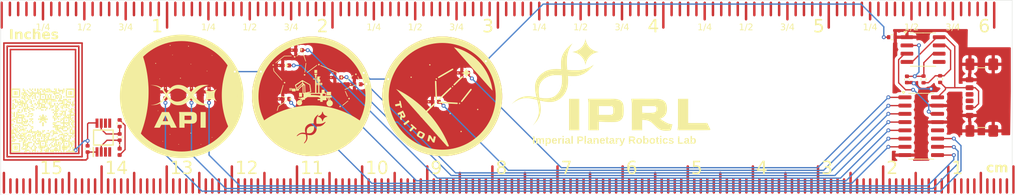
<source format=kicad_pcb>
(kicad_pcb (version 20241229) (generator "pcbnew") (generator_version "9.0")
  (layers (0 "F.Cu" signal) (2 "B.Cu" signal) (13 "F.Paste" user) (15 "B.Paste" user) (5 "F.SilkS" user "F.Silkscreen") (7 "B.SilkS" user "B.Silkscreen") (1 "F.Mask" user) (3 "B.Mask" user) (25 "Edge.Cuts" user))
  (net 0 "")
  (net 1 "/TR")
  (net 2 "GND")
  (net 3 "/4")
  (net 4 "/K")
  (net 5 "/9")
  (net 6 "/2")
  (net 7 "/1")
  (net 8 "/6")
  (net 9 "/3")
  (net 10 "/7")
  (net 11 "/8")
  (net 12 "/0")
  (net 13 "/5")
  (net 16 "+5V")
  (net 17 "/DIS")
  (net 18 "/CLK")
  (net 21 "Net-(D111-K)")
  (net 22 "Net-(D111-A)")
  (net 24 "Net-(IC1-LA)")
  (net 27 "Net-(IC1-VOUT)")
  (footprint "LED_SMD:LED_0402_1005Metric" (layer "F.Cu") (at 116 100.2)
    (property "Reference" "D106" (hide yes))
    (property "Value" "LED_Small")
  )
  (footprint "ruler_footprints_2025:ICRS_LinktreeQR_10mm" (layer "F.Cu") (at 78.7 103.5)
    (property "Reference" "G***" (hide yes))
    (property "Value" "LOGO" (hide yes))
  )
  (footprint "Resistor_SMD:R_0402_1005Metric" (layer "F.Cu") (at 213.9 97.2 -90)
    (property "Reference" "R103" (hide yes))
    (property "Value" "47k")
  )
  (footprint "Connector_USB:USB_C_Receptacle_GCT_USB4135-GF-A_6P_TopMnt_Horizontal" (layer "F.Cu") (at 224 100 90)
    (property "Reference" "J102" (hide yes))
    (property "Value" "USB_C_Receptacle_PowerOnly_6P")
  )
  (footprint "MountingHole:MountingHole_5.3mm_M5" (layer "F.Cu") (at 194.1 104.8)
    (property "Reference" "REF**" (hide yes))
    (property "Value" "MountingHole_5.3mm_M5")
  )
  (footprint "Package_SO:SOP-16_3.9x9.9mm_P1.27mm" (layer "F.Cu") (at 213.55 104.405)
    (property "Reference" "U102" (hide yes))
    (property "Value" "4017")
  )
  (footprint "ruler_footprints_2025:API_Logo" (layer "F.Cu") (at 100 99.8)
    (property "Reference" "G***" (hide yes))
    (property "Value" "LOGO" (hide yes))
  )
  (footprint "LED_SMD:LED_0402_1005Metric" (layer "F.Cu") (at 127 97.95)
    (property "Reference" "D109" (hide yes))
    (property "Value" "LED_Small")
  )
  (footprint "MountingHole:MountingHole_4.3mm_M4" (layer "F.Cu") (at 184 94)
    (property "Reference" "REF**" (hide yes))
    (property "Value" "MountingHole_4.3mm_M4")
  )
  (footprint "MountingHole:MountingHole_6.4mm_M6" (layer "F.Cu") (at 201.55 94.9)
    (property "Reference" "REF**" (hide yes))
    (property "Value" "MountingHole_6.4mm_M6")
  )
  (footprint "LED_SMD:LED_0402_1005Metric" (layer "F.Cu") (at 90.46775 108.35 -90)
    (property "Reference" "D111" (hide yes))
    (property "Value" "LED_Small")
  )
  (footprint "Resistor_SMD:R_0402_1005Metric" (layer "F.Cu") (at 209.05 90.7 180)
    (property "Reference" "R102" (hide yes))
    (property "Value" "1k")
  )
  (footprint "Package_SO:SOIC-8_3.9x4.9mm_P1.27mm" (layer "F.Cu") (at 213.825 92.605)
    (property "Reference" "U101" (hide yes))
    (property "Value" "NE555D")
  )
  (footprint "Resistor_SMD:R_0402_1005Metric" (layer "F.Cu") (at 216.45 97.15 -90)
    (property "Reference" "R101" (hide yes))
    (property "Value" "1k" (hide yes))
  )
  (footprint "ruler_footprints_2025:Trition_Logo" (layer "F.Cu") (at 140 99.8)
    (property "Reference" "G***" (hide yes))
    (property "Value" "LOGO" (hide yes))
  )
  (footprint "LED_SMD:LED_0402_1005Metric" (layer "F.Cu") (at 97.5 99.6 -90)
    (property "Reference" "D102" (hide yes))
    (property "Value" "LED_Small")
  )
  (footprint "ruler_footprints:Gauge_150mm_Type1_CopperTop" (layer "F.Cu") (at 227.7 114.6 180)
    (property "Reference" "REF**" (hide yes))
    (property "Value" "Gauge_150mm_Type1_CopperTop" (hide yes))
  )
  (footprint "LED_SMD:LED_0402_1005Metric" (layer "F.Cu") (at 143.5 96.2)
    (property "Reference" "D110" (hide yes))
    (property "Value" "LED_Small")
  )
  (footprint "LED_SMD:LED_0402_1005Metric" (layer "F.Cu") (at 124 96.9)
    (property "Reference" "D103" (hide yes))
    (property "Value" "LED_Small")
  )
  (footprint "LED_SMD:LED_0402_1005Metric" (layer "F.Cu") (at 104.2 99.6 -90)
    (property "Reference" "D108" (hide yes))
    (property "Value" "LED_Small")
  )
  (footprint "MountingHole:MountingHole_2.2mm_M2" (layer "F.Cu") (at 184 109)
    (property "Reference" "M2" (hide yes))
    (property "Value" "MountingHole_2.2mm_M2")
  )
  (footprint "Capacitor_SMD:C_0402_1005Metric" (layer "F.Cu") (at 85.55 107.9 90)
    (property "Reference" "C103" (hide yes))
    (property "Value" "470p")
  )
  (footprint "LED_SMD:LED_0402_1005Metric" (layer "F.Cu") (at 139 100.642176)
    (property "Reference" "D104" (hide yes))
    (property "Value" "LED_Small")
  )
  (footprint "LED_SMD:LED_0402_1005Metric" (layer "F.Cu") (at 101.5 99.6 -90)
    (property "Reference" "D101" (hide yes))
    (property "Value" "LED_Small")
  )
  (footprint "ruler_footprints_2025:SOP65P490X110-8N" (layer "F.Cu") (at 87.96775 106.15 90)
    (property "Reference" "IC1" (hide yes))
    (property "Value" "NT3H2211W0FTTJ" (hide yes))
  )
  (footprint "LED_SMD:LED_0402_1005Metric" (layer "F.Cu") (at 116 95.05)
    (property "Reference" "D107" (hide yes))
    (property "Value" "LED_Small")
  )
  (footprint "ruler_footprints_2025:BOBCAT_SURFACE" (layer "F.Cu") (at 120 99.870493)
    (property "Reference" "G***" (hide yes))
    (property "Value" "LOGO" (hide yes))
  )
  (footprint "Resistor_SMD:R_0402_1005Metric" (layer "F.Cu") (at 90.46775 103.95 -90)
    (property "Reference" "R104" (hide yes))
    (property "Value" "47")
  )
  (footprint "ruler_footprints_2025:BOBCAT_Const_Rover" (layer "F.Cu") (at 120 99.720493)
    (property "Reference" "G***" (hide yes))
    (property "Value" "LOGO" (hide yes))
  )
  (footprint "LED_SMD:LED_0402_1005Metric" (layer "F.Cu") (at 118 92.7)
    (property "Reference" "D105" (hide yes))
    (property "Value" "LED_Small" (hide yes))
  )
  (footprint "Capacitor_SMD:C_0402_1005Metric" (layer "F.Cu") (at 211.35 97.2 -90)
    (property "Reference" "C101" (hide yes))
    (property "Value" "1u")
  )
  (footprint "ruler_footprints_2025:IPRL_31mm" (layer "F.Cu") (at 166 99.3)
    (property "Reference" "G***" (hide yes))
    (property "Value" "LOGO" (hide yes))
  )
  (footprint "ruler_footprints:Gauge_6in" (layer "F.Cu") (at 72.35 85.4)
    (property "Reference" "REF**" (hide yes))
    (property "Value" "Gauge_6in" (hide yes))
  )
  (footprint "Capacitor_SMD:C_0402_1005Metric" (layer "F.Cu") (at 90.46775 106.08 90)
    (property "Reference" "C102" (hide yes))
    (property "Value" "220n")
  )
  (footprint "MountingHole:MountingHole_3.2mm_M3" (layer "F.Cu") (at 184 102.5)
    (property "Reference" "REF**" (hide yes))
    (property "Value" "MountingHole_3.2mm_M3")
  )
  (gr_line (start 73.7 92.6) (end 83.7 92.6) (stroke (width 0.238)) (layer "F.Cu") (net 24))
  (gr_line (start 84.7 91.6) (end 84.7 109.1) (stroke (width 0.238)) (layer "F.Cu") (net 24))
  (gr_line (start 72.7 91.6) (end 84.7 91.6) (stroke (width 0.238)) (layer "F.Cu") (net 24))
  (gr_line (start 73.7 108.6) (end 73.7 92.6) (stroke (width 0.238)) (layer "F.Cu") (net 24))
  (gr_line (start 84.7 109.1) (end 73.2 109.1) (stroke (width 0.238)) (layer "F.Cu") (net 24))
  (gr_line (start 84.2 108.6) (end 73.7 108.6) (stroke (width 0.238)) (layer "F.Cu") (net 24))
  (gr_line (start 73.2 109.1) (end 73.2 92.1) (stroke (width 0.238)) (layer "F.Cu") (net 24))
  (gr_line (start 84.2 92.1) (end 84.2 108.6) (stroke (width 0.238)) (layer "F.Cu") (net 24))
  (gr_line (start 73.2 92.1) (end 84.2 92.1) (stroke (width 0.238)) (layer "F.Cu") (net 24))
  (gr_line (start 83.7 92.6) (end 83.7 108.1) (stroke (width 0.238)) (layer "F.Cu") (net 24))
  (gr_line (start 84.7 109.6) (end 72.7 109.6) (stroke (width 0.238)) (layer "F.Cu") (net 24))
  (gr_line (start 72.7 109.6) (end 72.7 91.6) (stroke (width 0.238)) (layer "F.Cu") (net 24))
  (gr_circle (center 140 99.8) (end 145.8 93.297561) (stroke (width 1)) (fill no) (layer "F.SilkS"))
  (gr_circle (center 100 99.8) (end 109 99.8) (stroke (width 1)) (fill no) (layer "F.SilkS"))
  (gr_circle (center 120 99.8) (end 125.8 93.297561) (stroke (width 1)) (fill no) (layer "F.SilkS"))
  (gr_rect (start 72.2 85) (end 227.5 115) (stroke (width 0.05)) (fill no) (layer "Edge.Cuts"))
  (gr_text "cm" (at 223.5 111.75 0) (layer "F.SilkS") (effects (font (size 1.5 1.5) (thickness 0.3) (bold yes)) (justify left bottom)))
  (gr_text "Inches" (at 73.45 91.25 0) (layer "F.SilkS") (effects (font (size 1.5 1.5) (thickness 0.3) (bold yes)) (justify left bottom)))
  (segment (start 211.35 91.97) (end 213.18 91.97) (width 0.2) (layer "F.Cu") (net 1))
  (segment (start 216.3 93.24) (end 215.325001 93.24) (width 0.2) (layer "F.Cu") (net 1))
  (segment (start 213.72 96.72) (end 212.55 96.72) (width 0.2) (layer "F.Cu") (net 1))
  (segment (start 213.18 91.97) (end 213.2 91.95) (width 0.2) (layer "F.Cu") (net 1))
  (segment (start 211.35 96.72) (end 212.55 96.72) (width 0.2) (layer "F.Cu") (net 1))
  (segment (start 213.95 94.615001) (end 213.95 96.49) (width 0.2) (layer "F.Cu") (net 1))
  (segment (start 215.325001 93.24) (end 213.95 94.615001) (width 0.2) (layer "F.Cu") (net 1))
  (segment (start 213.95 96.49) (end 213.72 96.72) (width 0.2) (layer "F.Cu") (net 1))
  (via (at 212.55 96.72) (size 0.6) (drill 0.3) (layers "F.Cu" "B.Cu") (net 1))
  (via (at 213.2 91.95) (size 0.6) (drill 0.3) (layers "F.Cu" "B.Cu") (net 1))
  (segment (start 213.2 91.95) (end 213.2 96.07) (width 0.2) (layer "B.Cu") (net 1))
  (segment (start 213.2 96.07) (end 212.55 96.72) (width 0.2) (layer "B.Cu") (net 1))
  (segment (start 211.35 97.68) (end 212.28 97.68) (width 0.2) (layer "F.Cu") (net 2))
  (segment (start 212.28 97.68) (end 212.4 97.8) (width 0.2) (layer "F.Cu") (net 2))
  (via (at 212.4 97.8) (size 0.6) (drill 0.3) (layers "F.Cu" "B.Cu") (net 2))
  (via (at 212.4 97.8) (size 0.6) (drill 0.3) (layers "F.Cu" "B.Cu") (net 2))
  (via (at 215.05 98.65) (size 0.6) (drill 0.3) (layers "F.Cu" "B.Cu") (net 2))
  (segment (start 215.05 98.65) (end 213.25 98.65) (width 0.2) (layer "B.Cu") (net 2))
  (segment (start 213.25 98.65) (end 212.4 97.8) (width 0.2) (layer "B.Cu") (net 2))
  (segment (start 216.05 107.58) (end 218.53 107.58) (width 0.2) (layer "F.Cu") (net 3))
  (segment (start 218.53 107.58) (end 218.55 107.6) (width 0.2) (layer "F.Cu") (net 3))
  (segment (start 101.5 100.9625) (end 101.5 100.0975) (width 0.2) (layer "F.Cu") (net 3))
  (via (at 218.55 107.6) (size 0.6) (drill 0.3) (layers "F.Cu" "B.Cu") (net 3))
  (via (at 101.5 100.8) (size 0.6) (drill 0.3) (layers "F.Cu" "B.Cu") (net 3))
  (segment (start 101.5 108.75) (end 101.5 100.8) (width 0.2) (layer "B.Cu") (net 3))
  (segment (start 219.2 108.25) (end 219.2 110.15) (width 0.2) (layer "B.Cu") (net 3))
  (segment (start 215.352 113.998) (end 106.748 113.998) (width 0.2) (layer "B.Cu") (net 3))
  (segment (start 218.55 107.6) (end 219.2 108.25) (width 0.2) (layer "B.Cu") (net 3))
  (segment (start 219.2 110.15) (end 215.352 113.998) (width 0.2) (layer "B.Cu") (net 3))
  (segment (start 106.748 113.998) (end 101.5 108.75) (width 0.2) (layer "B.Cu") (net 3))
  (segment (start 208.54 90.7) (end 207.8 90.7) (width 0.2) (layer "F.Cu") (net 4))
  (via (at 108.15 96) (size 0.6) (drill 0.3) (layers "F.Cu" "B.Cu") (net 4))
  (via (at 131.7 97.15) (size 0.6) (drill 0.3) (layers "F.Cu" "B.Cu") (net 4))
  (via (at 127.95 96.2) (size 0.6) (drill 0.3) (layers "F.Cu" "B.Cu") (net 4))
  (via (at 112.15 96) (size 0.6) (drill 0.3) (layers "F.Cu" "B.Cu") (net 4))
  (via (at 207.8 90.7) (size 0.6) (drill 0.3) (layers "F.Cu" "B.Cu") (net 4))
  (via (at 146.7 94.4) (size 0.6) (drill 0.3) (layers "F.Cu" "B.Cu") (net 4))
  (segment (start 207.8 89.1) (end 207.8 90.7) (width 0.2) (layer "B.Cu") (net 4))
  (segment (start 146.7 94.4) (end 155.499 85.601) (width 0.2) (layer "B.Cu") (net 4))
  (segment (start 204.301 85.601) (end 207.8 89.1) (width 0.2) (layer "B.Cu") (net 4))
  (segment (start 131.7 97.15) (end 128.9 97.15) (width 0.2) (layer "B.Cu") (net 4))
  (segment (start 155.499 85.601) (end 204.301 85.601) (width 0.2) (layer "B.Cu") (net 4))
  (segment (start 108.15 96) (end 112.15 96) (width 0.2) (layer "B.Cu") (net 4))
  (segment (start 128.9 97.15) (end 127.95 96.2) (width 0.2) (layer "B.Cu") (net 4))
  (segment (start 218.54 106.31) (end 218.55 106.3) (width 0.2) (layer "F.Cu") (net 5))
  (segment (start 216.05 106.31) (end 218.54 106.31) (width 0.2) (layer "F.Cu") (net 5))
  (segment (start 97.5 100.085) (end 97.5 100.75) (width 0.2) (layer "F.Cu") (net 5))
  (via (at 218.55 106.3) (size 0.6) (drill 0.3) (layers "F.Cu" "B.Cu") (net 5))
  (via (at 97.5 100.8) (size 0.6) (drill 0.3) (layers "F.Cu" "B.Cu") (net 5))
  (segment (start 219.65 111.25) (end 216.501 114.399) (width 0.2) (layer "B.Cu") (net 5))
  (segment (start 103.099 114.399) (end 97.5 108.8) (width 0.2) (layer "B.Cu") (net 5))
  (segment (start 97.5 108.8) (end 97.5 100.75) (width 0.2) (layer "B.Cu") (net 5))
  (segment (start 219.65 107.4) (end 219.65 111.25) (width 0.2) (layer "B.Cu") (net 5))
  (segment (start 218.55 106.3) (end 219.65 107.4) (width 0.2) (layer "B.Cu") (net 5))
  (segment (start 216.501 114.399) (end 103.099 114.399) (width 0.2) (layer "B.Cu") (net 5))
  (segment (start 125.25 96.9) (end 125.3 96.85) (width 0.2) (layer "F.Cu") (net 6))
  (segment (start 124.485 96.9) (end 125.25 96.9) (width 0.2) (layer "F.Cu") (net 6))
  (segment (start 208.5 103.77) (end 211.05 103.77) (width 0.2) (layer "F.Cu") (net 6))
  (via (at 208.5 103.77) (size 0.6) (drill 0.3) (layers "F.Cu" "B.Cu") (net 6))
  (via (at 125.3 96.85) (size 0.6) (drill 0.3) (layers "F.Cu" "B.Cu") (net 6))
  (segment (start 125.3 96.85) (end 132.22 103.77) (width 0.2) (layer "B.Cu") (net 6))
  (segment (start 133.15 103.77) (end 133.02 103.77) (width 0.2) (layer "B.Cu") (net 6))
  (segment (start 132.22 103.77) (end 133.15 103.77) (width 0.2) (layer "B.Cu") (net 6))
  (segment (start 133.15 103.77) (end 141.373 111.993) (width 0.2) (layer "B.Cu") (net 6))
  (segment (start 141.373 111.993) (end 200.277 111.993) (width 0.2) (layer "B.Cu") (net 6))
  (segment (start 200.277 111.993) (end 208.5 103.77) (width 0.2) (layer "B.Cu") (net 6))
  (segment (start 208.5 101.25) (end 208.52 101.23) (width 0.2) (layer "F.Cu") (net 7))
  (segment (start 139.485 100.642176) (end 139.592176 100.642176) (width 0.2) (layer "F.Cu") (net 7))
  (segment (start 139.592176 100.642176) (end 140.2 101.25) (width 0.2) (layer "F.Cu") (net 7))
  (segment (start 208.52 101.23) (end 211.05 101.23) (width 0.2) (layer "F.Cu") (net 7))
  (via (at 140.2 101.25) (size 0.6) (drill 0.3) (layers "F.Cu" "B.Cu") (net 7))
  (via (at 208.5 101.25) (size 0.6) (drill 0.3) (layers "F.Cu" "B.Cu") (net 7))
  (segment (start 140.2 101.25) (end 150.141 111.191) (width 0.2) (layer "B.Cu") (net 7))
  (segment (start 198.559 111.191) (end 208.5 101.25) (width 0.2) (layer "B.Cu") (net 7))
  (segment (start 150.141 111.191) (end 198.559 111.191) (width 0.2) (layer "B.Cu") (net 7))
  (segment (start 118.485 92.7) (end 119.35 92.7) (width 0.2) (layer "F.Cu") (net 8))
  (segment (start 208.5 105.04) (end 211.05 105.04) (width 0.2) (layer "F.Cu") (net 8))
  (via (at 208.5 105.04) (size 0.6) (drill 0.3) (layers "F.Cu" "B.Cu") (net 8))
  (via (at 119.35 92.7) (size 0.6) (drill 0.3) (layers "F.Cu" "B.Cu") (net 8))
  (segment (start 201.146 112.394) (end 208.5 105.04) (width 0.2) (layer "B.Cu") (net 8))
  (segment (start 139.244 112.394) (end 201.146 112.394) (width 0.2) (layer "B.Cu") (net 8))
  (segment (start 119.55 92.7) (end 139.244 112.394) (width 0.2) (layer "B.Cu") (net 8))
  (segment (start 119.35 92.7) (end 119.55 92.7) (width 0.2) (layer "B.Cu") (net 8))
  (segment (start 116.485 100.485) (end 116.8 100.8) (width 0.2) (layer "F.Cu") (net 9))
  (segment (start 116.485 100.2) (end 116.485 100.485) (width 0.2) (layer "F.Cu") (net 9))
  (segment (start 208.5 107.58) (end 211.05 107.58) (width 0.2) (layer "F.Cu") (net 9))
  (via (at 208.5 107.58) (size 0.6) (drill 0.3) (layers "F.Cu" "B.Cu") (net 9))
  (via (at 116.8 100.8) (size 0.6) (drill 0.3) (layers "F.Cu" "B.Cu") (net 9))
  (segment (start 208.5 107.58) (end 202.884 113.196) (width 0.2) (layer "B.Cu") (net 9))
  (segment (start 202.884 113.196) (end 129.196 113.196) (width 0.2) (layer "B.Cu") (net 9))
  (segment (start 129.196 113.196) (end 116.8 100.8) (width 0.2) (layer "B.Cu") (net 9))
  (segment (start 116.485 95.05) (end 117.2 95.05) (width 0.2) (layer "F.Cu") (net 10))
  (segment (start 208.5 106.31) (end 211.05 106.31) (width 0.2) (layer "F.Cu") (net 10))
  (via (at 208.5 106.31) (size 0.6) (drill 0.3) (layers "F.Cu" "B.Cu") (net 10))
  (via (at 117.2 95.05) (size 0.6) (drill 0.3) (layers "F.Cu" "B.Cu") (net 10))
  (segment (start 136.045 112.795) (end 202.015 112.795) (width 0.2) (layer "B.Cu") (net 10))
  (segment (start 202.015 112.795) (end 208.5 106.31) (width 0.2) (layer "B.Cu") (net 10))
  (segment (start 118.3 95.05) (end 136.045 112.795) (width 0.2) (layer "B.Cu") (net 10))
  (segment (start 117.2 95.05) (end 118.3 95.05) (width 0.2) (layer "B.Cu") (net 10))
  (segment (start 104.2 100.95) (end 104.2 100.135) (width 0.2) (layer "F.Cu") (net 11))
  (segment (start 216.05 108.85) (end 218.55 108.85) (width 0.2) (layer "F.Cu") (net 11))
  (via (at 104.2 100.8) (size 0.6) (drill 0.3) (layers "F.Cu" "B.Cu") (net 11))
  (via (at 218.55 108.85) (size 0.6) (drill 0.3) (layers "F.Cu" "B.Cu") (net 11))
  (segment (start 108.947 113.597) (end 104.2 108.85) (width 0.2) (layer "B.Cu") (net 11))
  (segment (start 214.503 113.597) (end 108.947 113.597) (width 0.2) (layer "B.Cu") (net 11))
  (segment (start 218.55 109.55) (end 214.503 113.597) (width 0.2) (layer "B.Cu") (net 11))
  (segment (start 218.55 108.85) (end 218.55 109.55) (width 0.2) (layer "B.Cu") (net 11))
  (segment (start 104.2 108.85) (end 104.2 100.9) (width 0.2) (layer "B.Cu") (net 11))
  (segment (start 128.3 97.95) (end 128.35 97.9) (width 0.2) (layer "F.Cu") (net 12))
  (segment (start 211.05 102.5) (end 208.5 102.5) (width 0.2) (layer "F.Cu") (net 12))
  (segment (start 127.485 97.95) (end 128.3 97.95) (width 0.2) (layer "F.Cu") (net 12))
  (via (at 128.35 97.9) (size 0.6) (drill 0.3) (layers "F.Cu" "B.Cu") (net 12))
  (via (at 208.5 102.5) (size 0.6) (drill 0.3) (layers "F.Cu" "B.Cu") (net 12))
  (segment (start 128.35 97.9) (end 142.042 111.592) (width 0.2) (layer "B.Cu") (net 12))
  (segment (start 142.042 111.592) (end 199.408 111.592) (width 0.2) (layer "B.Cu") (net 12))
  (segment (start 199.408 111.592) (end 208.5 102.5) (width 0.2) (layer "B.Cu") (net 12))
  (segment (start 144.035 96.535) (end 144.55 97.05) (width 0.2) (layer "F.Cu") (net 13))
  (segment (start 211.05 99.96) (end 208.51 99.96) (width 0.2) (layer "F.Cu") (net 13))
  (segment (start 208.51 99.96) (end 208.5 99.95) (width 0.2) (layer "F.Cu") (net 13))
  (segment (start 144.035 96.25) (end 144.035 96.535) (width 0.2) (layer "F.Cu") (net 13))
  (via (at 144.55 97.05) (size 0.6) (drill 0.3) (layers "F.Cu" "B.Cu") (net 13))
  (via (at 208.5 99.95) (size 0.6) (drill 0.3) (layers "F.Cu" "B.Cu") (net 13))
  (segment (start 158.29 110.79) (end 197.66 110.79) (width 0.2) (layer "B.Cu") (net 13))
  (segment (start 197.66 110.79) (end 208.5 99.95) (width 0.2) (layer "B.Cu") (net 13))
  (segment (start 144.55 97.05) (end 158.29 110.79) (width 0.2) (layer "B.Cu") (net 13))
  (segment (start 216.3 90.7) (end 217.274999 90.7) (width 0.2) (layer "F.Cu") (net 16))
  (segment (start 218.7 92.125001) (end 218.7 98.48) (width 0.2) (layer "F.Cu") (net 16))
  (segment (start 211.35 94.51) (end 212.143032 94.51) (width 0.2) (layer "F.Cu") (net 16))
  (segment (start 222.35 99) (end 222.35 100.95) (width 0.2) (layer "F.Cu") (net 16))
  (segment (start 220.9675 98.48) (end 221.83 98.48) (width 0.2) (layer "F.Cu") (net 16))
  (segment (start 215.953032 90.7) (end 216.3 90.7) (width 0.2) (layer "F.Cu") (net 16))
  (segment (start 216.05 99.96) (end 217.27 98.74) (width 0.2) (layer "F.Cu") (net 16))
  (segment (start 220.9675 101.52) (end 221.78 101.52) (width 0.2) (layer "F.Cu") (net 16))
  (segment (start 221.78 101.52) (end 222.35 100.95) (width 0.2) (layer "F.Cu") (net 16))
  (segment (start 212.143032 94.51) (end 215.953032 90.7) (width 0.2) (layer "F.Cu") (net 16))
  (segment (start 217.27 98.74) (end 217.27 98.48) (width 0.2) (layer "F.Cu") (net 16))
  (segment (start 216.45 97.66) (end 217.27 98.48) (width 0.2) (layer "F.Cu") (net 16))
  (segment (start 221.83 98.48) (end 222.35 99) (width 0.2) (layer "F.Cu") (net 16))
  (segment (start 218.7 98.48) (end 220.9675 98.48) (width 0.2) (layer "F.Cu") (net 16))
  (segment (start 217.274999 90.7) (end 218.7 92.125001) (width 0.2) (layer "F.Cu") (net 16))
  (segment (start 217.27 98.48) (end 218.7 98.48) (width 0.2) (layer "F.Cu") (net 16))
  (segment (start 216.45 96.64) (end 217.06 96.64) (width 0.2) (layer "F.Cu") (net 17))
  (segment (start 213.75 97.71) (end 214.64 97.71) (width 0.2) (layer "F.Cu") (net 17))
  (segment (start 218.05 95.65) (end 218.05 92.745001) (width 0.2) (layer "F.Cu") (net 17))
  (segment (start 217.274999 91.97) (end 216.3 91.97) (width 0.2) (layer "F.Cu") (net 17))
  (segment (start 218.05 92.745001) (end 217.274999 91.97) (width 0.2) (layer "F.Cu") (net 17))
  (segment (start 217.06 96.64) (end 218.05 95.65) (width 0.2) (layer "F.Cu") (net 17))
  (segment (start 214.64 97.71) (end 215.71 96.64) (width 0.2) (layer "F.Cu") (net 17))
  (segment (start 215.71 96.64) (end 216.45 96.64) (width 0.2) (layer "F.Cu") (net 17))
  (segment (start 211.003032 93.24) (end 211.35 93.24) (width 0.2) (layer "F.Cu") (net 18))
  (segment (start 212.3 98.8) (end 211.15 98.8) (width 0.2) (layer "F.Cu") (net 18))
  (segment (start 210.074 94.169032) (end 211.003032 93.24) (width 0.2) (layer "F.Cu") (net 18))
  (segment (start 215.050001 102.5) (end 214.7 102.15) (width 0.2) (layer "F.Cu") (net 18))
  (segment (start 211.15 98.8) (end 210.074 97.724) (width 0.2) (layer "F.Cu") (net 18))
  (segment (start 210.074 97.724) (end 210.074 94.169032) (width 0.2) (layer "F.Cu") (net 18))
  (segment (start 216.05 102.5) (end 215.050001 102.5) (width 0.2) (layer "F.Cu") (net 18))
  (via (at 214.7 102.15) (size 0.6) (drill 0.3) (layers "F.Cu" "B.Cu") (net 18))
  (via (at 212.3 98.8) (size 0.6) (drill 0.3) (layers "F.Cu" "B.Cu") (net 18))
  (segment (start 212.4 98.8) (end 214.7 101.1) (width 0.2) (layer "B.Cu") (net 18))
  (segment (start 212.3 98.8) (end 212.4 98.8) (width 0.2) (layer "B.Cu") (net 18))
  (segment (start 214.7 101.1) (end 214.7 102.15) (width 0.2) (layer "B.Cu") (net 18))
  (segment (start 88.53225 106.56) (end 90.46775 106.56) (width 0.2) (layer "F.Cu") (net 21))
  (segment (start 90.46775 106.56) (end 90.46775 107.865) (width 0.2) (layer "F.Cu") (net 21))
  (segment (start 87.64275 108.362) (end 87.64275 107.4495) (width 0.2) (layer "F.Cu") (net 21))
  (segment (start 87.64275 107.4495) (end 88.53225 106.56) (width 0.2) (layer "F.Cu") (net 21))
  (segment (start 90.46775 103.44) (end 91.3 104.27225) (width 0.2) (layer "F.Cu") (net 22))
  (segment (start 91.3 108.00275) (end 90.46775 108.835) (width 0.2) (layer "F.Cu") (net 22))
  (segment (start 91.3 104.27225) (end 91.3 108.00275) (width 0.2) (layer "F.Cu") (net 22))
  (segment (start 85.55 104.05) (end 85.7 103.9) (width 0.2) (layer "F.Cu") (net 24))
  (segment (start 86.95475 103.9) (end 86.99275 103.938) (width 0.2) (layer "F.Cu") (net 24))
  (segment (start 85.55 109.35) (end 85.55 108.38) (width 0.238) (layer "F.Cu") (net 24))
  (segment (start 85.3 109.6) (end 85.55 109.35) (width 0.238) (layer "F.Cu") (net 24))
  (segment (start 85.55 106.65) (end 85.55 107.42) (width 0.2) (layer "F.Cu") (net 24))
  (segment (start 85.7 103.9) (end 86.95475 103.9) (width 0.2) (layer "F.Cu") (net 24))
  (segment (start 84.7 109.6) (end 85.3 109.6) (width 0.238) (layer "F.Cu") (net 24))
  (segment (start 85.55 106.65) (end 85.55 104.05) (width 0.2) (layer "F.Cu") (net 24))
  (segment (start 85.55 108.38) (end 86.97475 108.38) (width 0.2) (layer "F.Cu") (net 24))
  (segment (start 86.97475 108.38) (end 86.99275 108.362) (width 0.2) (layer "F.Cu") (net 24))
  (via (at 85.55 106.65) (size 0.6) (drill 0.3) (layers "F.Cu" "B.Cu") (net 24))
  (via (at 83.7 108.1) (size 0.6) (drill 0.3) (layers "F.Cu" "B.Cu") (net 24))
  (segment (start 83.7 108) (end 83.7 108.1) (width 0.2) (layer "B.Cu") (net 24))
  (segment (start 85.05 106.65) (end 83.7 108) (width 0.2) (layer "B.Cu") (net 24))
  (segment (start 85.55 106.65) (end 85.05 106.65) (width 0.2) (layer "B.Cu") (net 24))
  (segment (start 88.39225 105.6) (end 90.46775 105.6) (width 0.2) (layer "F.Cu") (net 27))
  (segment (start 87.64275 104.8505) (end 88.39225 105.6) (width 0.2) (layer "F.Cu") (net 27))
  (segment (start 90.46775 105.6) (end 90.46775 104.46) (width 0.2) (layer "F.Cu") (net 27))
  (segment (start 89.44 105.59) (end 89.45 105.6) (width 0.2) (layer "F.Cu") (net 27))
  (segment (start 87.64275 103.938) (end 87.64275 104.8505) (width 0.2) (layer "F.Cu") (net 27))
  (zone (net 4) (net_name "/K") (layer "F.Cu") (connect_pads (clearance 0.5)) (min_thickness 0.25) (fill yes (thermal_gap 0.5) (thermal_bridge_width 0.5))
    (polygon (pts (arc (start 90.6 99.8) (mid 109.4 99.8) (end 90.6 99.8))))
  )
  (zone (net 4) (net_name "/K") (layer "F.Cu") (connect_pads (clearance 0.5)) (min_thickness 0.25) (fill yes (thermal_gap 0.5) (thermal_bridge_width 0.5))
    (polygon (pts (arc (start 110.8 99.8) (mid 127.756162 104.747924) (end 116.121952 91.456742)) (xy 116.307777 91.373679) (xy 116.432448 91.320144) (arc (start 116.620641 91.242597) (mid 112.39276 94.625113) (end 110.8 99.8))))
  )
  (zone (net 4) (net_name "/K") (layer "F.Cu") (connect_pads (clearance 0.5)) (min_thickness 0.25) (fill yes (thermal_gap 0.5) (thermal_bridge_width 0.5))
    (polygon (pts (arc (start 130.8 99.8) (mid 149.2 99.8) (end 130.8 99.8))))
  )
  (zone (net 2) (net_name "GND") (layer "F.Cu") (connect_pads (clearance 0.5)) (min_thickness 0.25) (fill yes (thermal_gap 0.5) (thermal_bridge_width 0.5))
    (polygon (pts (xy 209.226356 89.45) (xy 209.026176 109.768244) (xy 219.55 109.65) (xy 219.55 105.8) (xy 227.2 105.8) (xy 227.4 92.25) (xy 220.65 92.25) (xy 220.7 89.45)))
  )
)
</source>
